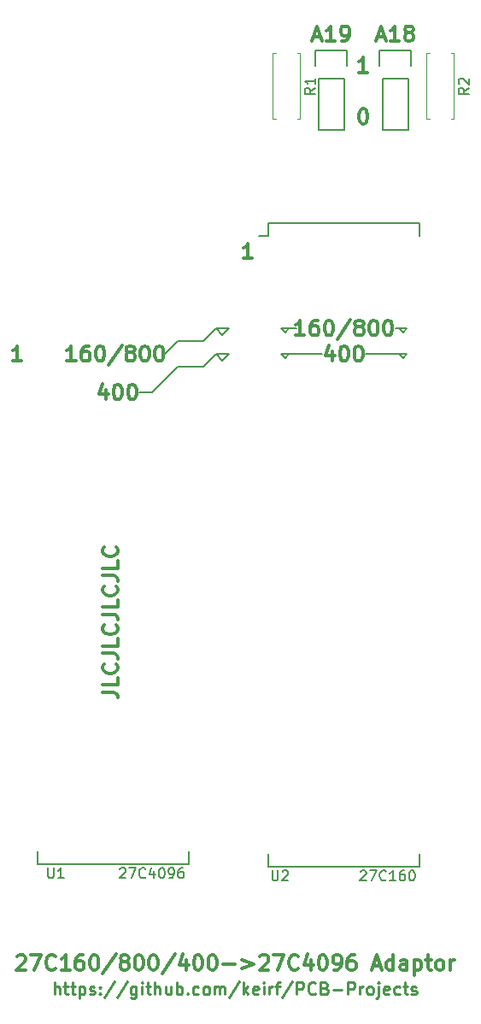
<source format=gto>
%TF.GenerationSoftware,KiCad,Pcbnew,(5.1.6-0-10_14)*%
%TF.CreationDate,2021-01-24T08:08:00+01:00*%
%TF.ProjectId,27c160,32376331-3630-42e6-9b69-6361645f7063,rev?*%
%TF.SameCoordinates,Original*%
%TF.FileFunction,Legend,Top*%
%TF.FilePolarity,Positive*%
%FSLAX46Y46*%
G04 Gerber Fmt 4.6, Leading zero omitted, Abs format (unit mm)*
G04 Created by KiCad (PCBNEW (5.1.6-0-10_14)) date 2021-01-24 08:08:00*
%MOMM*%
%LPD*%
G01*
G04 APERTURE LIST*
%ADD10C,0.300000*%
%ADD11C,0.200000*%
%ADD12C,0.250000*%
%ADD13C,0.120000*%
%ADD14C,0.150000*%
G04 APERTURE END LIST*
D10*
X124654571Y-97606571D02*
X125726000Y-97606571D01*
X125940285Y-97678000D01*
X126083142Y-97820857D01*
X126154571Y-98035142D01*
X126154571Y-98178000D01*
X126154571Y-96178000D02*
X126154571Y-96892285D01*
X124654571Y-96892285D01*
X126011714Y-94820857D02*
X126083142Y-94892285D01*
X126154571Y-95106571D01*
X126154571Y-95249428D01*
X126083142Y-95463714D01*
X125940285Y-95606571D01*
X125797428Y-95678000D01*
X125511714Y-95749428D01*
X125297428Y-95749428D01*
X125011714Y-95678000D01*
X124868857Y-95606571D01*
X124726000Y-95463714D01*
X124654571Y-95249428D01*
X124654571Y-95106571D01*
X124726000Y-94892285D01*
X124797428Y-94820857D01*
X124654571Y-93749428D02*
X125726000Y-93749428D01*
X125940285Y-93820857D01*
X126083142Y-93963714D01*
X126154571Y-94178000D01*
X126154571Y-94320857D01*
X126154571Y-92320857D02*
X126154571Y-93035142D01*
X124654571Y-93035142D01*
X126011714Y-90963714D02*
X126083142Y-91035142D01*
X126154571Y-91249428D01*
X126154571Y-91392285D01*
X126083142Y-91606571D01*
X125940285Y-91749428D01*
X125797428Y-91820857D01*
X125511714Y-91892285D01*
X125297428Y-91892285D01*
X125011714Y-91820857D01*
X124868857Y-91749428D01*
X124726000Y-91606571D01*
X124654571Y-91392285D01*
X124654571Y-91249428D01*
X124726000Y-91035142D01*
X124797428Y-90963714D01*
X124654571Y-89892285D02*
X125726000Y-89892285D01*
X125940285Y-89963714D01*
X126083142Y-90106571D01*
X126154571Y-90320857D01*
X126154571Y-90463714D01*
X126154571Y-88463714D02*
X126154571Y-89178000D01*
X124654571Y-89178000D01*
X126011714Y-87106571D02*
X126083142Y-87178000D01*
X126154571Y-87392285D01*
X126154571Y-87535142D01*
X126083142Y-87749428D01*
X125940285Y-87892285D01*
X125797428Y-87963714D01*
X125511714Y-88035142D01*
X125297428Y-88035142D01*
X125011714Y-87963714D01*
X124868857Y-87892285D01*
X124726000Y-87749428D01*
X124654571Y-87535142D01*
X124654571Y-87392285D01*
X124726000Y-87178000D01*
X124797428Y-87106571D01*
X124654571Y-86035142D02*
X125726000Y-86035142D01*
X125940285Y-86106571D01*
X126083142Y-86249428D01*
X126154571Y-86463714D01*
X126154571Y-86606571D01*
X126154571Y-84606571D02*
X126154571Y-85320857D01*
X124654571Y-85320857D01*
X126011714Y-83249428D02*
X126083142Y-83320857D01*
X126154571Y-83535142D01*
X126154571Y-83678000D01*
X126083142Y-83892285D01*
X125940285Y-84035142D01*
X125797428Y-84106571D01*
X125511714Y-84178000D01*
X125297428Y-84178000D01*
X125011714Y-84106571D01*
X124868857Y-84035142D01*
X124726000Y-83892285D01*
X124654571Y-83678000D01*
X124654571Y-83535142D01*
X124726000Y-83320857D01*
X124797428Y-83249428D01*
D11*
X129540000Y-67945000D02*
X128270000Y-67945000D01*
X154432000Y-64516000D02*
X154051000Y-64135000D01*
X154813000Y-64135000D02*
X154432000Y-64516000D01*
X154051000Y-61595000D02*
X154432000Y-61976000D01*
X154178000Y-61722000D02*
X154178000Y-61595000D01*
X154813000Y-61595000D02*
X154432000Y-61976000D01*
X142748000Y-64516000D02*
X143129000Y-64135000D01*
X142367000Y-64135000D02*
X142748000Y-64516000D01*
X142748000Y-61976000D02*
X143129000Y-61595000D01*
X142367000Y-61595000D02*
X142748000Y-61976000D01*
X142367000Y-61595000D02*
X143891000Y-61595000D01*
X142367000Y-64135000D02*
X146431000Y-64135000D01*
X150749000Y-64135000D02*
X154813000Y-64135000D01*
X153670000Y-61595000D02*
X154813000Y-61595000D01*
D10*
X147447142Y-63813571D02*
X147447142Y-64813571D01*
X147090000Y-63242142D02*
X146732857Y-64313571D01*
X147661428Y-64313571D01*
X148518571Y-63313571D02*
X148661428Y-63313571D01*
X148804285Y-63385000D01*
X148875714Y-63456428D01*
X148947142Y-63599285D01*
X149018571Y-63885000D01*
X149018571Y-64242142D01*
X148947142Y-64527857D01*
X148875714Y-64670714D01*
X148804285Y-64742142D01*
X148661428Y-64813571D01*
X148518571Y-64813571D01*
X148375714Y-64742142D01*
X148304285Y-64670714D01*
X148232857Y-64527857D01*
X148161428Y-64242142D01*
X148161428Y-63885000D01*
X148232857Y-63599285D01*
X148304285Y-63456428D01*
X148375714Y-63385000D01*
X148518571Y-63313571D01*
X149947142Y-63313571D02*
X150090000Y-63313571D01*
X150232857Y-63385000D01*
X150304285Y-63456428D01*
X150375714Y-63599285D01*
X150447142Y-63885000D01*
X150447142Y-64242142D01*
X150375714Y-64527857D01*
X150304285Y-64670714D01*
X150232857Y-64742142D01*
X150090000Y-64813571D01*
X149947142Y-64813571D01*
X149804285Y-64742142D01*
X149732857Y-64670714D01*
X149661428Y-64527857D01*
X149590000Y-64242142D01*
X149590000Y-63885000D01*
X149661428Y-63599285D01*
X149732857Y-63456428D01*
X149804285Y-63385000D01*
X149947142Y-63313571D01*
X144661428Y-62273571D02*
X143804285Y-62273571D01*
X144232857Y-62273571D02*
X144232857Y-60773571D01*
X144090000Y-60987857D01*
X143947142Y-61130714D01*
X143804285Y-61202142D01*
X145947142Y-60773571D02*
X145661428Y-60773571D01*
X145518571Y-60845000D01*
X145447142Y-60916428D01*
X145304285Y-61130714D01*
X145232857Y-61416428D01*
X145232857Y-61987857D01*
X145304285Y-62130714D01*
X145375714Y-62202142D01*
X145518571Y-62273571D01*
X145804285Y-62273571D01*
X145947142Y-62202142D01*
X146018571Y-62130714D01*
X146090000Y-61987857D01*
X146090000Y-61630714D01*
X146018571Y-61487857D01*
X145947142Y-61416428D01*
X145804285Y-61345000D01*
X145518571Y-61345000D01*
X145375714Y-61416428D01*
X145304285Y-61487857D01*
X145232857Y-61630714D01*
X147018571Y-60773571D02*
X147161428Y-60773571D01*
X147304285Y-60845000D01*
X147375714Y-60916428D01*
X147447142Y-61059285D01*
X147518571Y-61345000D01*
X147518571Y-61702142D01*
X147447142Y-61987857D01*
X147375714Y-62130714D01*
X147304285Y-62202142D01*
X147161428Y-62273571D01*
X147018571Y-62273571D01*
X146875714Y-62202142D01*
X146804285Y-62130714D01*
X146732857Y-61987857D01*
X146661428Y-61702142D01*
X146661428Y-61345000D01*
X146732857Y-61059285D01*
X146804285Y-60916428D01*
X146875714Y-60845000D01*
X147018571Y-60773571D01*
X149232857Y-60702142D02*
X147947142Y-62630714D01*
X149947142Y-61416428D02*
X149804285Y-61345000D01*
X149732857Y-61273571D01*
X149661428Y-61130714D01*
X149661428Y-61059285D01*
X149732857Y-60916428D01*
X149804285Y-60845000D01*
X149947142Y-60773571D01*
X150232857Y-60773571D01*
X150375714Y-60845000D01*
X150447142Y-60916428D01*
X150518571Y-61059285D01*
X150518571Y-61130714D01*
X150447142Y-61273571D01*
X150375714Y-61345000D01*
X150232857Y-61416428D01*
X149947142Y-61416428D01*
X149804285Y-61487857D01*
X149732857Y-61559285D01*
X149661428Y-61702142D01*
X149661428Y-61987857D01*
X149732857Y-62130714D01*
X149804285Y-62202142D01*
X149947142Y-62273571D01*
X150232857Y-62273571D01*
X150375714Y-62202142D01*
X150447142Y-62130714D01*
X150518571Y-61987857D01*
X150518571Y-61702142D01*
X150447142Y-61559285D01*
X150375714Y-61487857D01*
X150232857Y-61416428D01*
X151447142Y-60773571D02*
X151590000Y-60773571D01*
X151732857Y-60845000D01*
X151804285Y-60916428D01*
X151875714Y-61059285D01*
X151947142Y-61345000D01*
X151947142Y-61702142D01*
X151875714Y-61987857D01*
X151804285Y-62130714D01*
X151732857Y-62202142D01*
X151590000Y-62273571D01*
X151447142Y-62273571D01*
X151304285Y-62202142D01*
X151232857Y-62130714D01*
X151161428Y-61987857D01*
X151090000Y-61702142D01*
X151090000Y-61345000D01*
X151161428Y-61059285D01*
X151232857Y-60916428D01*
X151304285Y-60845000D01*
X151447142Y-60773571D01*
X152875714Y-60773571D02*
X153018571Y-60773571D01*
X153161428Y-60845000D01*
X153232857Y-60916428D01*
X153304285Y-61059285D01*
X153375714Y-61345000D01*
X153375714Y-61702142D01*
X153304285Y-61987857D01*
X153232857Y-62130714D01*
X153161428Y-62202142D01*
X153018571Y-62273571D01*
X152875714Y-62273571D01*
X152732857Y-62202142D01*
X152661428Y-62130714D01*
X152590000Y-61987857D01*
X152518571Y-61702142D01*
X152518571Y-61345000D01*
X152590000Y-61059285D01*
X152661428Y-60916428D01*
X152732857Y-60845000D01*
X152875714Y-60773571D01*
X139493571Y-54653571D02*
X138636428Y-54653571D01*
X139065000Y-54653571D02*
X139065000Y-53153571D01*
X138922142Y-53367857D01*
X138779285Y-53510714D01*
X138636428Y-53582142D01*
D11*
X132080000Y-62865000D02*
X130810000Y-64135000D01*
X134620000Y-62865000D02*
X132080000Y-62865000D01*
X132080000Y-65405000D02*
X129540000Y-67945000D01*
X134620000Y-65405000D02*
X132080000Y-65405000D01*
D10*
X116633571Y-64813571D02*
X115776428Y-64813571D01*
X116205000Y-64813571D02*
X116205000Y-63313571D01*
X116062142Y-63527857D01*
X115919285Y-63670714D01*
X115776428Y-63742142D01*
D11*
X136525000Y-64770000D02*
X135890000Y-64135000D01*
X137160000Y-64135000D02*
X136525000Y-64770000D01*
X135890000Y-64135000D02*
X137160000Y-64135000D01*
X134620000Y-65405000D02*
X135890000Y-64135000D01*
X134620000Y-62865000D02*
X135890000Y-61595000D01*
X136525000Y-62230000D02*
X135890000Y-61595000D01*
X137160000Y-61595000D02*
X136525000Y-62230000D01*
X135890000Y-61595000D02*
X137160000Y-61595000D01*
D10*
X125020000Y-67623571D02*
X125020000Y-68623571D01*
X124662857Y-67052142D02*
X124305714Y-68123571D01*
X125234285Y-68123571D01*
X126091428Y-67123571D02*
X126234285Y-67123571D01*
X126377142Y-67195000D01*
X126448571Y-67266428D01*
X126520000Y-67409285D01*
X126591428Y-67695000D01*
X126591428Y-68052142D01*
X126520000Y-68337857D01*
X126448571Y-68480714D01*
X126377142Y-68552142D01*
X126234285Y-68623571D01*
X126091428Y-68623571D01*
X125948571Y-68552142D01*
X125877142Y-68480714D01*
X125805714Y-68337857D01*
X125734285Y-68052142D01*
X125734285Y-67695000D01*
X125805714Y-67409285D01*
X125877142Y-67266428D01*
X125948571Y-67195000D01*
X126091428Y-67123571D01*
X127520000Y-67123571D02*
X127662857Y-67123571D01*
X127805714Y-67195000D01*
X127877142Y-67266428D01*
X127948571Y-67409285D01*
X128020000Y-67695000D01*
X128020000Y-68052142D01*
X127948571Y-68337857D01*
X127877142Y-68480714D01*
X127805714Y-68552142D01*
X127662857Y-68623571D01*
X127520000Y-68623571D01*
X127377142Y-68552142D01*
X127305714Y-68480714D01*
X127234285Y-68337857D01*
X127162857Y-68052142D01*
X127162857Y-67695000D01*
X127234285Y-67409285D01*
X127305714Y-67266428D01*
X127377142Y-67195000D01*
X127520000Y-67123571D01*
X121987857Y-64813571D02*
X121130714Y-64813571D01*
X121559285Y-64813571D02*
X121559285Y-63313571D01*
X121416428Y-63527857D01*
X121273571Y-63670714D01*
X121130714Y-63742142D01*
X123273571Y-63313571D02*
X122987857Y-63313571D01*
X122845000Y-63385000D01*
X122773571Y-63456428D01*
X122630714Y-63670714D01*
X122559285Y-63956428D01*
X122559285Y-64527857D01*
X122630714Y-64670714D01*
X122702142Y-64742142D01*
X122845000Y-64813571D01*
X123130714Y-64813571D01*
X123273571Y-64742142D01*
X123345000Y-64670714D01*
X123416428Y-64527857D01*
X123416428Y-64170714D01*
X123345000Y-64027857D01*
X123273571Y-63956428D01*
X123130714Y-63885000D01*
X122845000Y-63885000D01*
X122702142Y-63956428D01*
X122630714Y-64027857D01*
X122559285Y-64170714D01*
X124345000Y-63313571D02*
X124487857Y-63313571D01*
X124630714Y-63385000D01*
X124702142Y-63456428D01*
X124773571Y-63599285D01*
X124845000Y-63885000D01*
X124845000Y-64242142D01*
X124773571Y-64527857D01*
X124702142Y-64670714D01*
X124630714Y-64742142D01*
X124487857Y-64813571D01*
X124345000Y-64813571D01*
X124202142Y-64742142D01*
X124130714Y-64670714D01*
X124059285Y-64527857D01*
X123987857Y-64242142D01*
X123987857Y-63885000D01*
X124059285Y-63599285D01*
X124130714Y-63456428D01*
X124202142Y-63385000D01*
X124345000Y-63313571D01*
X126559285Y-63242142D02*
X125273571Y-65170714D01*
X127273571Y-63956428D02*
X127130714Y-63885000D01*
X127059285Y-63813571D01*
X126987857Y-63670714D01*
X126987857Y-63599285D01*
X127059285Y-63456428D01*
X127130714Y-63385000D01*
X127273571Y-63313571D01*
X127559285Y-63313571D01*
X127702142Y-63385000D01*
X127773571Y-63456428D01*
X127845000Y-63599285D01*
X127845000Y-63670714D01*
X127773571Y-63813571D01*
X127702142Y-63885000D01*
X127559285Y-63956428D01*
X127273571Y-63956428D01*
X127130714Y-64027857D01*
X127059285Y-64099285D01*
X126987857Y-64242142D01*
X126987857Y-64527857D01*
X127059285Y-64670714D01*
X127130714Y-64742142D01*
X127273571Y-64813571D01*
X127559285Y-64813571D01*
X127702142Y-64742142D01*
X127773571Y-64670714D01*
X127845000Y-64527857D01*
X127845000Y-64242142D01*
X127773571Y-64099285D01*
X127702142Y-64027857D01*
X127559285Y-63956428D01*
X128773571Y-63313571D02*
X128916428Y-63313571D01*
X129059285Y-63385000D01*
X129130714Y-63456428D01*
X129202142Y-63599285D01*
X129273571Y-63885000D01*
X129273571Y-64242142D01*
X129202142Y-64527857D01*
X129130714Y-64670714D01*
X129059285Y-64742142D01*
X128916428Y-64813571D01*
X128773571Y-64813571D01*
X128630714Y-64742142D01*
X128559285Y-64670714D01*
X128487857Y-64527857D01*
X128416428Y-64242142D01*
X128416428Y-63885000D01*
X128487857Y-63599285D01*
X128559285Y-63456428D01*
X128630714Y-63385000D01*
X128773571Y-63313571D01*
X130202142Y-63313571D02*
X130345000Y-63313571D01*
X130487857Y-63385000D01*
X130559285Y-63456428D01*
X130630714Y-63599285D01*
X130702142Y-63885000D01*
X130702142Y-64242142D01*
X130630714Y-64527857D01*
X130559285Y-64670714D01*
X130487857Y-64742142D01*
X130345000Y-64813571D01*
X130202142Y-64813571D01*
X130059285Y-64742142D01*
X129987857Y-64670714D01*
X129916428Y-64527857D01*
X129845000Y-64242142D01*
X129845000Y-63885000D01*
X129916428Y-63599285D01*
X129987857Y-63456428D01*
X130059285Y-63385000D01*
X130202142Y-63313571D01*
X150423571Y-39818571D02*
X150566428Y-39818571D01*
X150709285Y-39890000D01*
X150780714Y-39961428D01*
X150852142Y-40104285D01*
X150923571Y-40390000D01*
X150923571Y-40747142D01*
X150852142Y-41032857D01*
X150780714Y-41175714D01*
X150709285Y-41247142D01*
X150566428Y-41318571D01*
X150423571Y-41318571D01*
X150280714Y-41247142D01*
X150209285Y-41175714D01*
X150137857Y-41032857D01*
X150066428Y-40747142D01*
X150066428Y-40390000D01*
X150137857Y-40104285D01*
X150209285Y-39961428D01*
X150280714Y-39890000D01*
X150423571Y-39818571D01*
X150923571Y-36238571D02*
X150066428Y-36238571D01*
X150495000Y-36238571D02*
X150495000Y-34738571D01*
X150352142Y-34952857D01*
X150209285Y-35095714D01*
X150066428Y-35167142D01*
D12*
X119880714Y-127542857D02*
X119880714Y-126342857D01*
X120395000Y-127542857D02*
X120395000Y-126914285D01*
X120337857Y-126800000D01*
X120223571Y-126742857D01*
X120052142Y-126742857D01*
X119937857Y-126800000D01*
X119880714Y-126857142D01*
X120795000Y-126742857D02*
X121252142Y-126742857D01*
X120966428Y-126342857D02*
X120966428Y-127371428D01*
X121023571Y-127485714D01*
X121137857Y-127542857D01*
X121252142Y-127542857D01*
X121480714Y-126742857D02*
X121937857Y-126742857D01*
X121652142Y-126342857D02*
X121652142Y-127371428D01*
X121709285Y-127485714D01*
X121823571Y-127542857D01*
X121937857Y-127542857D01*
X122337857Y-126742857D02*
X122337857Y-127942857D01*
X122337857Y-126800000D02*
X122452142Y-126742857D01*
X122680714Y-126742857D01*
X122795000Y-126800000D01*
X122852142Y-126857142D01*
X122909285Y-126971428D01*
X122909285Y-127314285D01*
X122852142Y-127428571D01*
X122795000Y-127485714D01*
X122680714Y-127542857D01*
X122452142Y-127542857D01*
X122337857Y-127485714D01*
X123366428Y-127485714D02*
X123480714Y-127542857D01*
X123709285Y-127542857D01*
X123823571Y-127485714D01*
X123880714Y-127371428D01*
X123880714Y-127314285D01*
X123823571Y-127200000D01*
X123709285Y-127142857D01*
X123537857Y-127142857D01*
X123423571Y-127085714D01*
X123366428Y-126971428D01*
X123366428Y-126914285D01*
X123423571Y-126800000D01*
X123537857Y-126742857D01*
X123709285Y-126742857D01*
X123823571Y-126800000D01*
X124395000Y-127428571D02*
X124452142Y-127485714D01*
X124395000Y-127542857D01*
X124337857Y-127485714D01*
X124395000Y-127428571D01*
X124395000Y-127542857D01*
X124395000Y-126800000D02*
X124452142Y-126857142D01*
X124395000Y-126914285D01*
X124337857Y-126857142D01*
X124395000Y-126800000D01*
X124395000Y-126914285D01*
X125823571Y-126285714D02*
X124795000Y-127828571D01*
X127080714Y-126285714D02*
X126052142Y-127828571D01*
X127995000Y-126742857D02*
X127995000Y-127714285D01*
X127937857Y-127828571D01*
X127880714Y-127885714D01*
X127766428Y-127942857D01*
X127595000Y-127942857D01*
X127480714Y-127885714D01*
X127995000Y-127485714D02*
X127880714Y-127542857D01*
X127652142Y-127542857D01*
X127537857Y-127485714D01*
X127480714Y-127428571D01*
X127423571Y-127314285D01*
X127423571Y-126971428D01*
X127480714Y-126857142D01*
X127537857Y-126800000D01*
X127652142Y-126742857D01*
X127880714Y-126742857D01*
X127995000Y-126800000D01*
X128566428Y-127542857D02*
X128566428Y-126742857D01*
X128566428Y-126342857D02*
X128509285Y-126400000D01*
X128566428Y-126457142D01*
X128623571Y-126400000D01*
X128566428Y-126342857D01*
X128566428Y-126457142D01*
X128966428Y-126742857D02*
X129423571Y-126742857D01*
X129137857Y-126342857D02*
X129137857Y-127371428D01*
X129195000Y-127485714D01*
X129309285Y-127542857D01*
X129423571Y-127542857D01*
X129823571Y-127542857D02*
X129823571Y-126342857D01*
X130337857Y-127542857D02*
X130337857Y-126914285D01*
X130280714Y-126800000D01*
X130166428Y-126742857D01*
X129995000Y-126742857D01*
X129880714Y-126800000D01*
X129823571Y-126857142D01*
X131423571Y-126742857D02*
X131423571Y-127542857D01*
X130909285Y-126742857D02*
X130909285Y-127371428D01*
X130966428Y-127485714D01*
X131080714Y-127542857D01*
X131252142Y-127542857D01*
X131366428Y-127485714D01*
X131423571Y-127428571D01*
X131995000Y-127542857D02*
X131995000Y-126342857D01*
X131995000Y-126800000D02*
X132109285Y-126742857D01*
X132337857Y-126742857D01*
X132452142Y-126800000D01*
X132509285Y-126857142D01*
X132566428Y-126971428D01*
X132566428Y-127314285D01*
X132509285Y-127428571D01*
X132452142Y-127485714D01*
X132337857Y-127542857D01*
X132109285Y-127542857D01*
X131995000Y-127485714D01*
X133080714Y-127428571D02*
X133137857Y-127485714D01*
X133080714Y-127542857D01*
X133023571Y-127485714D01*
X133080714Y-127428571D01*
X133080714Y-127542857D01*
X134166428Y-127485714D02*
X134052142Y-127542857D01*
X133823571Y-127542857D01*
X133709285Y-127485714D01*
X133652142Y-127428571D01*
X133595000Y-127314285D01*
X133595000Y-126971428D01*
X133652142Y-126857142D01*
X133709285Y-126800000D01*
X133823571Y-126742857D01*
X134052142Y-126742857D01*
X134166428Y-126800000D01*
X134852142Y-127542857D02*
X134737857Y-127485714D01*
X134680714Y-127428571D01*
X134623571Y-127314285D01*
X134623571Y-126971428D01*
X134680714Y-126857142D01*
X134737857Y-126800000D01*
X134852142Y-126742857D01*
X135023571Y-126742857D01*
X135137857Y-126800000D01*
X135195000Y-126857142D01*
X135252142Y-126971428D01*
X135252142Y-127314285D01*
X135195000Y-127428571D01*
X135137857Y-127485714D01*
X135023571Y-127542857D01*
X134852142Y-127542857D01*
X135766428Y-127542857D02*
X135766428Y-126742857D01*
X135766428Y-126857142D02*
X135823571Y-126800000D01*
X135937857Y-126742857D01*
X136109285Y-126742857D01*
X136223571Y-126800000D01*
X136280714Y-126914285D01*
X136280714Y-127542857D01*
X136280714Y-126914285D02*
X136337857Y-126800000D01*
X136452142Y-126742857D01*
X136623571Y-126742857D01*
X136737857Y-126800000D01*
X136795000Y-126914285D01*
X136795000Y-127542857D01*
X138223571Y-126285714D02*
X137195000Y-127828571D01*
X138623571Y-127542857D02*
X138623571Y-126342857D01*
X138737857Y-127085714D02*
X139080714Y-127542857D01*
X139080714Y-126742857D02*
X138623571Y-127200000D01*
X140052142Y-127485714D02*
X139937857Y-127542857D01*
X139709285Y-127542857D01*
X139595000Y-127485714D01*
X139537857Y-127371428D01*
X139537857Y-126914285D01*
X139595000Y-126800000D01*
X139709285Y-126742857D01*
X139937857Y-126742857D01*
X140052142Y-126800000D01*
X140109285Y-126914285D01*
X140109285Y-127028571D01*
X139537857Y-127142857D01*
X140623571Y-127542857D02*
X140623571Y-126742857D01*
X140623571Y-126342857D02*
X140566428Y-126400000D01*
X140623571Y-126457142D01*
X140680714Y-126400000D01*
X140623571Y-126342857D01*
X140623571Y-126457142D01*
X141195000Y-127542857D02*
X141195000Y-126742857D01*
X141195000Y-126971428D02*
X141252142Y-126857142D01*
X141309285Y-126800000D01*
X141423571Y-126742857D01*
X141537857Y-126742857D01*
X141766428Y-126742857D02*
X142223571Y-126742857D01*
X141937857Y-127542857D02*
X141937857Y-126514285D01*
X141995000Y-126400000D01*
X142109285Y-126342857D01*
X142223571Y-126342857D01*
X143480714Y-126285714D02*
X142452142Y-127828571D01*
X143880714Y-127542857D02*
X143880714Y-126342857D01*
X144337857Y-126342857D01*
X144452142Y-126400000D01*
X144509285Y-126457142D01*
X144566428Y-126571428D01*
X144566428Y-126742857D01*
X144509285Y-126857142D01*
X144452142Y-126914285D01*
X144337857Y-126971428D01*
X143880714Y-126971428D01*
X145766428Y-127428571D02*
X145709285Y-127485714D01*
X145537857Y-127542857D01*
X145423571Y-127542857D01*
X145252142Y-127485714D01*
X145137857Y-127371428D01*
X145080714Y-127257142D01*
X145023571Y-127028571D01*
X145023571Y-126857142D01*
X145080714Y-126628571D01*
X145137857Y-126514285D01*
X145252142Y-126400000D01*
X145423571Y-126342857D01*
X145537857Y-126342857D01*
X145709285Y-126400000D01*
X145766428Y-126457142D01*
X146680714Y-126914285D02*
X146852142Y-126971428D01*
X146909285Y-127028571D01*
X146966428Y-127142857D01*
X146966428Y-127314285D01*
X146909285Y-127428571D01*
X146852142Y-127485714D01*
X146737857Y-127542857D01*
X146280714Y-127542857D01*
X146280714Y-126342857D01*
X146680714Y-126342857D01*
X146795000Y-126400000D01*
X146852142Y-126457142D01*
X146909285Y-126571428D01*
X146909285Y-126685714D01*
X146852142Y-126800000D01*
X146795000Y-126857142D01*
X146680714Y-126914285D01*
X146280714Y-126914285D01*
X147480714Y-127085714D02*
X148395000Y-127085714D01*
X148966428Y-127542857D02*
X148966428Y-126342857D01*
X149423571Y-126342857D01*
X149537857Y-126400000D01*
X149595000Y-126457142D01*
X149652142Y-126571428D01*
X149652142Y-126742857D01*
X149595000Y-126857142D01*
X149537857Y-126914285D01*
X149423571Y-126971428D01*
X148966428Y-126971428D01*
X150166428Y-127542857D02*
X150166428Y-126742857D01*
X150166428Y-126971428D02*
X150223571Y-126857142D01*
X150280714Y-126800000D01*
X150395000Y-126742857D01*
X150509285Y-126742857D01*
X151080714Y-127542857D02*
X150966428Y-127485714D01*
X150909285Y-127428571D01*
X150852142Y-127314285D01*
X150852142Y-126971428D01*
X150909285Y-126857142D01*
X150966428Y-126800000D01*
X151080714Y-126742857D01*
X151252142Y-126742857D01*
X151366428Y-126800000D01*
X151423571Y-126857142D01*
X151480714Y-126971428D01*
X151480714Y-127314285D01*
X151423571Y-127428571D01*
X151366428Y-127485714D01*
X151252142Y-127542857D01*
X151080714Y-127542857D01*
X151995000Y-126742857D02*
X151995000Y-127771428D01*
X151937857Y-127885714D01*
X151823571Y-127942857D01*
X151766428Y-127942857D01*
X151995000Y-126342857D02*
X151937857Y-126400000D01*
X151995000Y-126457142D01*
X152052142Y-126400000D01*
X151995000Y-126342857D01*
X151995000Y-126457142D01*
X153023571Y-127485714D02*
X152909285Y-127542857D01*
X152680714Y-127542857D01*
X152566428Y-127485714D01*
X152509285Y-127371428D01*
X152509285Y-126914285D01*
X152566428Y-126800000D01*
X152680714Y-126742857D01*
X152909285Y-126742857D01*
X153023571Y-126800000D01*
X153080714Y-126914285D01*
X153080714Y-127028571D01*
X152509285Y-127142857D01*
X154109285Y-127485714D02*
X153995000Y-127542857D01*
X153766428Y-127542857D01*
X153652142Y-127485714D01*
X153595000Y-127428571D01*
X153537857Y-127314285D01*
X153537857Y-126971428D01*
X153595000Y-126857142D01*
X153652142Y-126800000D01*
X153766428Y-126742857D01*
X153995000Y-126742857D01*
X154109285Y-126800000D01*
X154452142Y-126742857D02*
X154909285Y-126742857D01*
X154623571Y-126342857D02*
X154623571Y-127371428D01*
X154680714Y-127485714D01*
X154795000Y-127542857D01*
X154909285Y-127542857D01*
X155252142Y-127485714D02*
X155366428Y-127542857D01*
X155595000Y-127542857D01*
X155709285Y-127485714D01*
X155766428Y-127371428D01*
X155766428Y-127314285D01*
X155709285Y-127200000D01*
X155595000Y-127142857D01*
X155423571Y-127142857D01*
X155309285Y-127085714D01*
X155252142Y-126971428D01*
X155252142Y-126914285D01*
X155309285Y-126800000D01*
X155423571Y-126742857D01*
X155595000Y-126742857D01*
X155709285Y-126800000D01*
D10*
X116187857Y-123781428D02*
X116259285Y-123710000D01*
X116402142Y-123638571D01*
X116759285Y-123638571D01*
X116902142Y-123710000D01*
X116973571Y-123781428D01*
X117045000Y-123924285D01*
X117045000Y-124067142D01*
X116973571Y-124281428D01*
X116116428Y-125138571D01*
X117045000Y-125138571D01*
X117545000Y-123638571D02*
X118545000Y-123638571D01*
X117902142Y-125138571D01*
X119973571Y-124995714D02*
X119902142Y-125067142D01*
X119687857Y-125138571D01*
X119545000Y-125138571D01*
X119330714Y-125067142D01*
X119187857Y-124924285D01*
X119116428Y-124781428D01*
X119045000Y-124495714D01*
X119045000Y-124281428D01*
X119116428Y-123995714D01*
X119187857Y-123852857D01*
X119330714Y-123710000D01*
X119545000Y-123638571D01*
X119687857Y-123638571D01*
X119902142Y-123710000D01*
X119973571Y-123781428D01*
X121402142Y-125138571D02*
X120545000Y-125138571D01*
X120973571Y-125138571D02*
X120973571Y-123638571D01*
X120830714Y-123852857D01*
X120687857Y-123995714D01*
X120545000Y-124067142D01*
X122687857Y-123638571D02*
X122402142Y-123638571D01*
X122259285Y-123710000D01*
X122187857Y-123781428D01*
X122045000Y-123995714D01*
X121973571Y-124281428D01*
X121973571Y-124852857D01*
X122045000Y-124995714D01*
X122116428Y-125067142D01*
X122259285Y-125138571D01*
X122545000Y-125138571D01*
X122687857Y-125067142D01*
X122759285Y-124995714D01*
X122830714Y-124852857D01*
X122830714Y-124495714D01*
X122759285Y-124352857D01*
X122687857Y-124281428D01*
X122545000Y-124210000D01*
X122259285Y-124210000D01*
X122116428Y-124281428D01*
X122045000Y-124352857D01*
X121973571Y-124495714D01*
X123759285Y-123638571D02*
X123902142Y-123638571D01*
X124045000Y-123710000D01*
X124116428Y-123781428D01*
X124187857Y-123924285D01*
X124259285Y-124210000D01*
X124259285Y-124567142D01*
X124187857Y-124852857D01*
X124116428Y-124995714D01*
X124045000Y-125067142D01*
X123902142Y-125138571D01*
X123759285Y-125138571D01*
X123616428Y-125067142D01*
X123544999Y-124995714D01*
X123473571Y-124852857D01*
X123402142Y-124567142D01*
X123402142Y-124210000D01*
X123473571Y-123924285D01*
X123544999Y-123781428D01*
X123616428Y-123710000D01*
X123759285Y-123638571D01*
X125973571Y-123567142D02*
X124687857Y-125495714D01*
X126687857Y-124281428D02*
X126545000Y-124210000D01*
X126473571Y-124138571D01*
X126402142Y-123995714D01*
X126402142Y-123924285D01*
X126473571Y-123781428D01*
X126545000Y-123710000D01*
X126687857Y-123638571D01*
X126973571Y-123638571D01*
X127116428Y-123710000D01*
X127187857Y-123781428D01*
X127259285Y-123924285D01*
X127259285Y-123995714D01*
X127187857Y-124138571D01*
X127116428Y-124210000D01*
X126973571Y-124281428D01*
X126687857Y-124281428D01*
X126545000Y-124352857D01*
X126473571Y-124424285D01*
X126402142Y-124567142D01*
X126402142Y-124852857D01*
X126473571Y-124995714D01*
X126545000Y-125067142D01*
X126687857Y-125138571D01*
X126973571Y-125138571D01*
X127116428Y-125067142D01*
X127187857Y-124995714D01*
X127259285Y-124852857D01*
X127259285Y-124567142D01*
X127187857Y-124424285D01*
X127116428Y-124352857D01*
X126973571Y-124281428D01*
X128187857Y-123638571D02*
X128330714Y-123638571D01*
X128473571Y-123710000D01*
X128545000Y-123781428D01*
X128616428Y-123924285D01*
X128687857Y-124210000D01*
X128687857Y-124567142D01*
X128616428Y-124852857D01*
X128545000Y-124995714D01*
X128473571Y-125067142D01*
X128330714Y-125138571D01*
X128187857Y-125138571D01*
X128045000Y-125067142D01*
X127973571Y-124995714D01*
X127902142Y-124852857D01*
X127830714Y-124567142D01*
X127830714Y-124210000D01*
X127902142Y-123924285D01*
X127973571Y-123781428D01*
X128045000Y-123710000D01*
X128187857Y-123638571D01*
X129616428Y-123638571D02*
X129759285Y-123638571D01*
X129902142Y-123710000D01*
X129973571Y-123781428D01*
X130045000Y-123924285D01*
X130116428Y-124210000D01*
X130116428Y-124567142D01*
X130045000Y-124852857D01*
X129973571Y-124995714D01*
X129902142Y-125067142D01*
X129759285Y-125138571D01*
X129616428Y-125138571D01*
X129473571Y-125067142D01*
X129402142Y-124995714D01*
X129330714Y-124852857D01*
X129259285Y-124567142D01*
X129259285Y-124210000D01*
X129330714Y-123924285D01*
X129402142Y-123781428D01*
X129473571Y-123710000D01*
X129616428Y-123638571D01*
X131830714Y-123567142D02*
X130545000Y-125495714D01*
X132973571Y-124138571D02*
X132973571Y-125138571D01*
X132616428Y-123567142D02*
X132259285Y-124638571D01*
X133187857Y-124638571D01*
X134045000Y-123638571D02*
X134187857Y-123638571D01*
X134330714Y-123710000D01*
X134402142Y-123781428D01*
X134473571Y-123924285D01*
X134545000Y-124210000D01*
X134545000Y-124567142D01*
X134473571Y-124852857D01*
X134402142Y-124995714D01*
X134330714Y-125067142D01*
X134187857Y-125138571D01*
X134045000Y-125138571D01*
X133902142Y-125067142D01*
X133830714Y-124995714D01*
X133759285Y-124852857D01*
X133687857Y-124567142D01*
X133687857Y-124210000D01*
X133759285Y-123924285D01*
X133830714Y-123781428D01*
X133902142Y-123710000D01*
X134045000Y-123638571D01*
X135473571Y-123638571D02*
X135616428Y-123638571D01*
X135759285Y-123710000D01*
X135830714Y-123781428D01*
X135902142Y-123924285D01*
X135973571Y-124210000D01*
X135973571Y-124567142D01*
X135902142Y-124852857D01*
X135830714Y-124995714D01*
X135759285Y-125067142D01*
X135616428Y-125138571D01*
X135473571Y-125138571D01*
X135330714Y-125067142D01*
X135259285Y-124995714D01*
X135187857Y-124852857D01*
X135116428Y-124567142D01*
X135116428Y-124210000D01*
X135187857Y-123924285D01*
X135259285Y-123781428D01*
X135330714Y-123710000D01*
X135473571Y-123638571D01*
X136616428Y-124567142D02*
X137759285Y-124567142D01*
X138473571Y-124138571D02*
X139616428Y-124567142D01*
X138473571Y-124995714D01*
X140259285Y-123781428D02*
X140330714Y-123710000D01*
X140473571Y-123638571D01*
X140830714Y-123638571D01*
X140973571Y-123710000D01*
X141045000Y-123781428D01*
X141116428Y-123924285D01*
X141116428Y-124067142D01*
X141045000Y-124281428D01*
X140187857Y-125138571D01*
X141116428Y-125138571D01*
X141616428Y-123638571D02*
X142616428Y-123638571D01*
X141973571Y-125138571D01*
X144045000Y-124995714D02*
X143973571Y-125067142D01*
X143759285Y-125138571D01*
X143616428Y-125138571D01*
X143402142Y-125067142D01*
X143259285Y-124924285D01*
X143187857Y-124781428D01*
X143116428Y-124495714D01*
X143116428Y-124281428D01*
X143187857Y-123995714D01*
X143259285Y-123852857D01*
X143402142Y-123710000D01*
X143616428Y-123638571D01*
X143759285Y-123638571D01*
X143973571Y-123710000D01*
X144045000Y-123781428D01*
X145330714Y-124138571D02*
X145330714Y-125138571D01*
X144973571Y-123567142D02*
X144616428Y-124638571D01*
X145545000Y-124638571D01*
X146402142Y-123638571D02*
X146545000Y-123638571D01*
X146687857Y-123710000D01*
X146759285Y-123781428D01*
X146830714Y-123924285D01*
X146902142Y-124210000D01*
X146902142Y-124567142D01*
X146830714Y-124852857D01*
X146759285Y-124995714D01*
X146687857Y-125067142D01*
X146545000Y-125138571D01*
X146402142Y-125138571D01*
X146259285Y-125067142D01*
X146187857Y-124995714D01*
X146116428Y-124852857D01*
X146045000Y-124567142D01*
X146045000Y-124210000D01*
X146116428Y-123924285D01*
X146187857Y-123781428D01*
X146259285Y-123710000D01*
X146402142Y-123638571D01*
X147616428Y-125138571D02*
X147902142Y-125138571D01*
X148045000Y-125067142D01*
X148116428Y-124995714D01*
X148259285Y-124781428D01*
X148330714Y-124495714D01*
X148330714Y-123924285D01*
X148259285Y-123781428D01*
X148187857Y-123710000D01*
X148045000Y-123638571D01*
X147759285Y-123638571D01*
X147616428Y-123710000D01*
X147545000Y-123781428D01*
X147473571Y-123924285D01*
X147473571Y-124281428D01*
X147545000Y-124424285D01*
X147616428Y-124495714D01*
X147759285Y-124567142D01*
X148045000Y-124567142D01*
X148187857Y-124495714D01*
X148259285Y-124424285D01*
X148330714Y-124281428D01*
X149616428Y-123638571D02*
X149330714Y-123638571D01*
X149187857Y-123710000D01*
X149116428Y-123781428D01*
X148973571Y-123995714D01*
X148902142Y-124281428D01*
X148902142Y-124852857D01*
X148973571Y-124995714D01*
X149045000Y-125067142D01*
X149187857Y-125138571D01*
X149473571Y-125138571D01*
X149616428Y-125067142D01*
X149687857Y-124995714D01*
X149759285Y-124852857D01*
X149759285Y-124495714D01*
X149687857Y-124352857D01*
X149616428Y-124281428D01*
X149473571Y-124210000D01*
X149187857Y-124210000D01*
X149045000Y-124281428D01*
X148973571Y-124352857D01*
X148902142Y-124495714D01*
X151473571Y-124710000D02*
X152187857Y-124710000D01*
X151330714Y-125138571D02*
X151830714Y-123638571D01*
X152330714Y-125138571D01*
X153473571Y-125138571D02*
X153473571Y-123638571D01*
X153473571Y-125067142D02*
X153330714Y-125138571D01*
X153045000Y-125138571D01*
X152902142Y-125067142D01*
X152830714Y-124995714D01*
X152759285Y-124852857D01*
X152759285Y-124424285D01*
X152830714Y-124281428D01*
X152902142Y-124210000D01*
X153045000Y-124138571D01*
X153330714Y-124138571D01*
X153473571Y-124210000D01*
X154830714Y-125138571D02*
X154830714Y-124352857D01*
X154759285Y-124210000D01*
X154616428Y-124138571D01*
X154330714Y-124138571D01*
X154187857Y-124210000D01*
X154830714Y-125067142D02*
X154687857Y-125138571D01*
X154330714Y-125138571D01*
X154187857Y-125067142D01*
X154116428Y-124924285D01*
X154116428Y-124781428D01*
X154187857Y-124638571D01*
X154330714Y-124567142D01*
X154687857Y-124567142D01*
X154830714Y-124495714D01*
X155545000Y-124138571D02*
X155545000Y-125638571D01*
X155545000Y-124210000D02*
X155687857Y-124138571D01*
X155973571Y-124138571D01*
X156116428Y-124210000D01*
X156187857Y-124281428D01*
X156259285Y-124424285D01*
X156259285Y-124852857D01*
X156187857Y-124995714D01*
X156116428Y-125067142D01*
X155973571Y-125138571D01*
X155687857Y-125138571D01*
X155545000Y-125067142D01*
X156687857Y-124138571D02*
X157259285Y-124138571D01*
X156902142Y-123638571D02*
X156902142Y-124924285D01*
X156973571Y-125067142D01*
X157116428Y-125138571D01*
X157259285Y-125138571D01*
X157973571Y-125138571D02*
X157830714Y-125067142D01*
X157759285Y-124995714D01*
X157687857Y-124852857D01*
X157687857Y-124424285D01*
X157759285Y-124281428D01*
X157830714Y-124210000D01*
X157973571Y-124138571D01*
X158187857Y-124138571D01*
X158330714Y-124210000D01*
X158402142Y-124281428D01*
X158473571Y-124424285D01*
X158473571Y-124852857D01*
X158402142Y-124995714D01*
X158330714Y-125067142D01*
X158187857Y-125138571D01*
X157973571Y-125138571D01*
X159116428Y-125138571D02*
X159116428Y-124138571D01*
X159116428Y-124424285D02*
X159187857Y-124281428D01*
X159259285Y-124210000D01*
X159402142Y-124138571D01*
X159545000Y-124138571D01*
D13*
%TO.C,R2*%
X156745000Y-40862000D02*
X157075000Y-40862000D01*
X156745000Y-34322000D02*
X156745000Y-40862000D01*
X157075000Y-34322000D02*
X156745000Y-34322000D01*
X159485000Y-40862000D02*
X159155000Y-40862000D01*
X159485000Y-34322000D02*
X159485000Y-40862000D01*
X159155000Y-34322000D02*
X159485000Y-34322000D01*
%TO.C,R1*%
X141505000Y-40862000D02*
X141835000Y-40862000D01*
X141505000Y-34322000D02*
X141505000Y-40862000D01*
X141835000Y-34322000D02*
X141505000Y-34322000D01*
X144245000Y-40862000D02*
X143915000Y-40862000D01*
X144245000Y-34322000D02*
X144245000Y-40862000D01*
X143915000Y-34322000D02*
X144245000Y-34322000D01*
D14*
%TO.C,P1*%
X146050000Y-36830000D02*
X146050000Y-41910000D01*
X146050000Y-41910000D02*
X148590000Y-41910000D01*
X148590000Y-41910000D02*
X148590000Y-36830000D01*
X148870000Y-34010000D02*
X148870000Y-35560000D01*
X148590000Y-36830000D02*
X146050000Y-36830000D01*
X145770000Y-35560000D02*
X145770000Y-34010000D01*
X145770000Y-34010000D02*
X148870000Y-34010000D01*
%TO.C,P2*%
X152400000Y-36830000D02*
X152400000Y-41910000D01*
X152400000Y-41910000D02*
X154940000Y-41910000D01*
X154940000Y-41910000D02*
X154940000Y-36830000D01*
X155220000Y-34010000D02*
X155220000Y-35560000D01*
X154940000Y-36830000D02*
X152400000Y-36830000D01*
X152120000Y-35560000D02*
X152120000Y-34010000D01*
X152120000Y-34010000D02*
X155220000Y-34010000D01*
%TO.C,U2*%
X141105000Y-51172000D02*
X141105000Y-52442000D01*
X156075000Y-51172000D02*
X156075000Y-52442000D01*
X156075000Y-114944000D02*
X156075000Y-113674000D01*
X141105000Y-114944000D02*
X141105000Y-113674000D01*
X141105000Y-51172000D02*
X156075000Y-51172000D01*
X141105000Y-114944000D02*
X156075000Y-114944000D01*
X141105000Y-52442000D02*
X140170000Y-52442000D01*
%TO.C,U1*%
X133215000Y-114690000D02*
X133215000Y-113420000D01*
X118245000Y-114690000D02*
X118245000Y-113420000D01*
X118245000Y-114690000D02*
X133215000Y-114690000D01*
%TO.C,R2*%
X160937380Y-37758666D02*
X160461190Y-38092000D01*
X160937380Y-38330095D02*
X159937380Y-38330095D01*
X159937380Y-37949142D01*
X159985000Y-37853904D01*
X160032619Y-37806285D01*
X160127857Y-37758666D01*
X160270714Y-37758666D01*
X160365952Y-37806285D01*
X160413571Y-37853904D01*
X160461190Y-37949142D01*
X160461190Y-38330095D01*
X160032619Y-37377714D02*
X159985000Y-37330095D01*
X159937380Y-37234857D01*
X159937380Y-36996761D01*
X159985000Y-36901523D01*
X160032619Y-36853904D01*
X160127857Y-36806285D01*
X160223095Y-36806285D01*
X160365952Y-36853904D01*
X160937380Y-37425333D01*
X160937380Y-36806285D01*
%TO.C,R1*%
X145697380Y-37758666D02*
X145221190Y-38092000D01*
X145697380Y-38330095D02*
X144697380Y-38330095D01*
X144697380Y-37949142D01*
X144745000Y-37853904D01*
X144792619Y-37806285D01*
X144887857Y-37758666D01*
X145030714Y-37758666D01*
X145125952Y-37806285D01*
X145173571Y-37853904D01*
X145221190Y-37949142D01*
X145221190Y-38330095D01*
X145697380Y-36806285D02*
X145697380Y-37377714D01*
X145697380Y-37092000D02*
X144697380Y-37092000D01*
X144840238Y-37187238D01*
X144935476Y-37282476D01*
X144983095Y-37377714D01*
%TO.C,P1*%
D10*
X145534285Y-32710000D02*
X146248571Y-32710000D01*
X145391428Y-33138571D02*
X145891428Y-31638571D01*
X146391428Y-33138571D01*
X147677142Y-33138571D02*
X146820000Y-33138571D01*
X147248571Y-33138571D02*
X147248571Y-31638571D01*
X147105714Y-31852857D01*
X146962857Y-31995714D01*
X146820000Y-32067142D01*
X148391428Y-33138571D02*
X148677142Y-33138571D01*
X148820000Y-33067142D01*
X148891428Y-32995714D01*
X149034285Y-32781428D01*
X149105714Y-32495714D01*
X149105714Y-31924285D01*
X149034285Y-31781428D01*
X148962857Y-31710000D01*
X148820000Y-31638571D01*
X148534285Y-31638571D01*
X148391428Y-31710000D01*
X148320000Y-31781428D01*
X148248571Y-31924285D01*
X148248571Y-32281428D01*
X148320000Y-32424285D01*
X148391428Y-32495714D01*
X148534285Y-32567142D01*
X148820000Y-32567142D01*
X148962857Y-32495714D01*
X149034285Y-32424285D01*
X149105714Y-32281428D01*
%TO.C,P2*%
X151884285Y-32710000D02*
X152598571Y-32710000D01*
X151741428Y-33138571D02*
X152241428Y-31638571D01*
X152741428Y-33138571D01*
X154027142Y-33138571D02*
X153170000Y-33138571D01*
X153598571Y-33138571D02*
X153598571Y-31638571D01*
X153455714Y-31852857D01*
X153312857Y-31995714D01*
X153170000Y-32067142D01*
X154884285Y-32281428D02*
X154741428Y-32210000D01*
X154670000Y-32138571D01*
X154598571Y-31995714D01*
X154598571Y-31924285D01*
X154670000Y-31781428D01*
X154741428Y-31710000D01*
X154884285Y-31638571D01*
X155170000Y-31638571D01*
X155312857Y-31710000D01*
X155384285Y-31781428D01*
X155455714Y-31924285D01*
X155455714Y-31995714D01*
X155384285Y-32138571D01*
X155312857Y-32210000D01*
X155170000Y-32281428D01*
X154884285Y-32281428D01*
X154741428Y-32352857D01*
X154670000Y-32424285D01*
X154598571Y-32567142D01*
X154598571Y-32852857D01*
X154670000Y-32995714D01*
X154741428Y-33067142D01*
X154884285Y-33138571D01*
X155170000Y-33138571D01*
X155312857Y-33067142D01*
X155384285Y-32995714D01*
X155455714Y-32852857D01*
X155455714Y-32567142D01*
X155384285Y-32424285D01*
X155312857Y-32352857D01*
X155170000Y-32281428D01*
%TO.C,U2*%
D14*
X141478095Y-115276380D02*
X141478095Y-116085904D01*
X141525714Y-116181142D01*
X141573333Y-116228761D01*
X141668571Y-116276380D01*
X141859047Y-116276380D01*
X141954285Y-116228761D01*
X142001904Y-116181142D01*
X142049523Y-116085904D01*
X142049523Y-115276380D01*
X142478095Y-115371619D02*
X142525714Y-115324000D01*
X142620952Y-115276380D01*
X142859047Y-115276380D01*
X142954285Y-115324000D01*
X143001904Y-115371619D01*
X143049523Y-115466857D01*
X143049523Y-115562095D01*
X143001904Y-115704952D01*
X142430476Y-116276380D01*
X143049523Y-116276380D01*
X150217523Y-115371619D02*
X150265142Y-115324000D01*
X150360380Y-115276380D01*
X150598476Y-115276380D01*
X150693714Y-115324000D01*
X150741333Y-115371619D01*
X150788952Y-115466857D01*
X150788952Y-115562095D01*
X150741333Y-115704952D01*
X150169904Y-116276380D01*
X150788952Y-116276380D01*
X151122285Y-115276380D02*
X151788952Y-115276380D01*
X151360380Y-116276380D01*
X152741333Y-116181142D02*
X152693714Y-116228761D01*
X152550857Y-116276380D01*
X152455619Y-116276380D01*
X152312761Y-116228761D01*
X152217523Y-116133523D01*
X152169904Y-116038285D01*
X152122285Y-115847809D01*
X152122285Y-115704952D01*
X152169904Y-115514476D01*
X152217523Y-115419238D01*
X152312761Y-115324000D01*
X152455619Y-115276380D01*
X152550857Y-115276380D01*
X152693714Y-115324000D01*
X152741333Y-115371619D01*
X153693714Y-116276380D02*
X153122285Y-116276380D01*
X153408000Y-116276380D02*
X153408000Y-115276380D01*
X153312761Y-115419238D01*
X153217523Y-115514476D01*
X153122285Y-115562095D01*
X154550857Y-115276380D02*
X154360380Y-115276380D01*
X154265142Y-115324000D01*
X154217523Y-115371619D01*
X154122285Y-115514476D01*
X154074666Y-115704952D01*
X154074666Y-116085904D01*
X154122285Y-116181142D01*
X154169904Y-116228761D01*
X154265142Y-116276380D01*
X154455619Y-116276380D01*
X154550857Y-116228761D01*
X154598476Y-116181142D01*
X154646095Y-116085904D01*
X154646095Y-115847809D01*
X154598476Y-115752571D01*
X154550857Y-115704952D01*
X154455619Y-115657333D01*
X154265142Y-115657333D01*
X154169904Y-115704952D01*
X154122285Y-115752571D01*
X154074666Y-115847809D01*
X155265142Y-115276380D02*
X155360380Y-115276380D01*
X155455619Y-115324000D01*
X155503238Y-115371619D01*
X155550857Y-115466857D01*
X155598476Y-115657333D01*
X155598476Y-115895428D01*
X155550857Y-116085904D01*
X155503238Y-116181142D01*
X155455619Y-116228761D01*
X155360380Y-116276380D01*
X155265142Y-116276380D01*
X155169904Y-116228761D01*
X155122285Y-116181142D01*
X155074666Y-116085904D01*
X155027047Y-115895428D01*
X155027047Y-115657333D01*
X155074666Y-115466857D01*
X155122285Y-115371619D01*
X155169904Y-115324000D01*
X155265142Y-115276380D01*
%TO.C,U1*%
X119253095Y-115022380D02*
X119253095Y-115831904D01*
X119300714Y-115927142D01*
X119348333Y-115974761D01*
X119443571Y-116022380D01*
X119634047Y-116022380D01*
X119729285Y-115974761D01*
X119776904Y-115927142D01*
X119824523Y-115831904D01*
X119824523Y-115022380D01*
X120824523Y-116022380D02*
X120253095Y-116022380D01*
X120538809Y-116022380D02*
X120538809Y-115022380D01*
X120443571Y-115165238D01*
X120348333Y-115260476D01*
X120253095Y-115308095D01*
X126373333Y-115117619D02*
X126420952Y-115070000D01*
X126516190Y-115022380D01*
X126754285Y-115022380D01*
X126849523Y-115070000D01*
X126897142Y-115117619D01*
X126944761Y-115212857D01*
X126944761Y-115308095D01*
X126897142Y-115450952D01*
X126325714Y-116022380D01*
X126944761Y-116022380D01*
X127278095Y-115022380D02*
X127944761Y-115022380D01*
X127516190Y-116022380D01*
X128897142Y-115927142D02*
X128849523Y-115974761D01*
X128706666Y-116022380D01*
X128611428Y-116022380D01*
X128468571Y-115974761D01*
X128373333Y-115879523D01*
X128325714Y-115784285D01*
X128278095Y-115593809D01*
X128278095Y-115450952D01*
X128325714Y-115260476D01*
X128373333Y-115165238D01*
X128468571Y-115070000D01*
X128611428Y-115022380D01*
X128706666Y-115022380D01*
X128849523Y-115070000D01*
X128897142Y-115117619D01*
X129754285Y-115355714D02*
X129754285Y-116022380D01*
X129516190Y-114974761D02*
X129278095Y-115689047D01*
X129897142Y-115689047D01*
X130468571Y-115022380D02*
X130563809Y-115022380D01*
X130659047Y-115070000D01*
X130706666Y-115117619D01*
X130754285Y-115212857D01*
X130801904Y-115403333D01*
X130801904Y-115641428D01*
X130754285Y-115831904D01*
X130706666Y-115927142D01*
X130659047Y-115974761D01*
X130563809Y-116022380D01*
X130468571Y-116022380D01*
X130373333Y-115974761D01*
X130325714Y-115927142D01*
X130278095Y-115831904D01*
X130230476Y-115641428D01*
X130230476Y-115403333D01*
X130278095Y-115212857D01*
X130325714Y-115117619D01*
X130373333Y-115070000D01*
X130468571Y-115022380D01*
X131278095Y-116022380D02*
X131468571Y-116022380D01*
X131563809Y-115974761D01*
X131611428Y-115927142D01*
X131706666Y-115784285D01*
X131754285Y-115593809D01*
X131754285Y-115212857D01*
X131706666Y-115117619D01*
X131659047Y-115070000D01*
X131563809Y-115022380D01*
X131373333Y-115022380D01*
X131278095Y-115070000D01*
X131230476Y-115117619D01*
X131182857Y-115212857D01*
X131182857Y-115450952D01*
X131230476Y-115546190D01*
X131278095Y-115593809D01*
X131373333Y-115641428D01*
X131563809Y-115641428D01*
X131659047Y-115593809D01*
X131706666Y-115546190D01*
X131754285Y-115450952D01*
X132611428Y-115022380D02*
X132420952Y-115022380D01*
X132325714Y-115070000D01*
X132278095Y-115117619D01*
X132182857Y-115260476D01*
X132135238Y-115450952D01*
X132135238Y-115831904D01*
X132182857Y-115927142D01*
X132230476Y-115974761D01*
X132325714Y-116022380D01*
X132516190Y-116022380D01*
X132611428Y-115974761D01*
X132659047Y-115927142D01*
X132706666Y-115831904D01*
X132706666Y-115593809D01*
X132659047Y-115498571D01*
X132611428Y-115450952D01*
X132516190Y-115403333D01*
X132325714Y-115403333D01*
X132230476Y-115450952D01*
X132182857Y-115498571D01*
X132135238Y-115593809D01*
%TD*%
M02*

</source>
